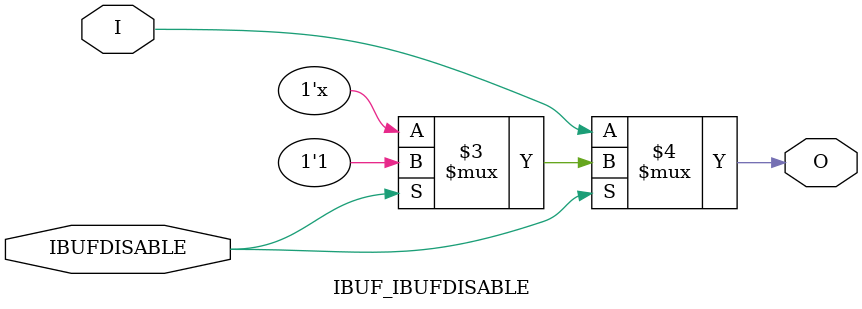
<source format=v>

`timescale  1 ps / 1 ps


module IBUF_IBUFDISABLE (O, I, IBUFDISABLE);

    parameter IBUF_LOW_PWR = "TRUE";
    parameter IOSTANDARD = "DEFAULT";
    parameter USE_IBUFDISABLE = "TRUE";
    
    output O;

    input  I;
    input  IBUFDISABLE;

    initial begin
	
        case (IBUF_LOW_PWR)

            "FALSE", "TRUE" : ;
            default : begin
                          $display("Attribute Syntax Error : The attribute IBUF_LOW_PWR on IBUF_IBUFDISABLE instance %m is set to %s.  Legal values for this attribute are TRUE or FALSE.", IBUF_LOW_PWR);
                          $finish;
                      end

        endcase


    end

    generate
       case (USE_IBUFDISABLE)
          "TRUE" :  begin
                        assign O = (IBUFDISABLE == 0)? I : (IBUFDISABLE == 1)? 1'b1  : 1'bx;
                    end
          "FALSE" : begin
                        assign O = I;
                    end
       endcase
    endgenerate


endmodule

</source>
